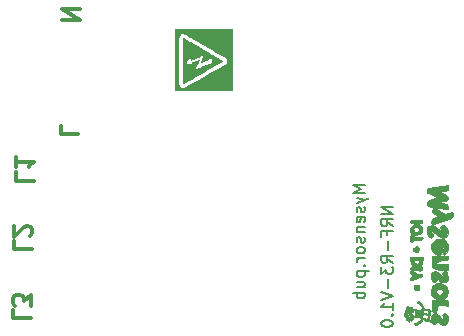
<source format=gbr>
G04 #@! TF.GenerationSoftware,KiCad,Pcbnew,(5.0.2)-1*
G04 #@! TF.CreationDate,2019-05-25T20:10:37+08:00*
G04 #@! TF.ProjectId,3RELAY,3352454c-4159-42e6-9b69-6361645f7063,rev?*
G04 #@! TF.SameCoordinates,Original*
G04 #@! TF.FileFunction,Legend,Bot*
G04 #@! TF.FilePolarity,Positive*
%FSLAX46Y46*%
G04 Gerber Fmt 4.6, Leading zero omitted, Abs format (unit mm)*
G04 Created by KiCad (PCBNEW (5.0.2)-1) date 2019-05-25 20:10:37*
%MOMM*%
%LPD*%
G01*
G04 APERTURE LIST*
%ADD10C,0.300000*%
%ADD11C,0.200000*%
%ADD12C,0.010000*%
G04 APERTURE END LIST*
D10*
X132450448Y-126460060D02*
X132450448Y-127174345D01*
X133950448Y-127174345D01*
X133950448Y-126102917D02*
X133950448Y-125174345D01*
X133379020Y-125674345D01*
X133379020Y-125460060D01*
X133307591Y-125317202D01*
X133236162Y-125245774D01*
X133093305Y-125174345D01*
X132736162Y-125174345D01*
X132593305Y-125245774D01*
X132521877Y-125317202D01*
X132450448Y-125460060D01*
X132450448Y-125888631D01*
X132521877Y-126031488D01*
X132593305Y-126102917D01*
D11*
X162240220Y-115898255D02*
X161240220Y-115898255D01*
X161954506Y-116231588D01*
X161240220Y-116564921D01*
X162240220Y-116564921D01*
X161573554Y-116945874D02*
X162240220Y-117183969D01*
X161573554Y-117422064D02*
X162240220Y-117183969D01*
X162478316Y-117088731D01*
X162525935Y-117041112D01*
X162573554Y-116945874D01*
X162192601Y-117755398D02*
X162240220Y-117850636D01*
X162240220Y-118041112D01*
X162192601Y-118136350D01*
X162097363Y-118183969D01*
X162049744Y-118183969D01*
X161954506Y-118136350D01*
X161906887Y-118041112D01*
X161906887Y-117898255D01*
X161859268Y-117803017D01*
X161764030Y-117755398D01*
X161716411Y-117755398D01*
X161621173Y-117803017D01*
X161573554Y-117898255D01*
X161573554Y-118041112D01*
X161621173Y-118136350D01*
X162192601Y-118993493D02*
X162240220Y-118898255D01*
X162240220Y-118707779D01*
X162192601Y-118612540D01*
X162097363Y-118564921D01*
X161716411Y-118564921D01*
X161621173Y-118612540D01*
X161573554Y-118707779D01*
X161573554Y-118898255D01*
X161621173Y-118993493D01*
X161716411Y-119041112D01*
X161811649Y-119041112D01*
X161906887Y-118564921D01*
X161573554Y-119469683D02*
X162240220Y-119469683D01*
X161668792Y-119469683D02*
X161621173Y-119517302D01*
X161573554Y-119612540D01*
X161573554Y-119755398D01*
X161621173Y-119850636D01*
X161716411Y-119898255D01*
X162240220Y-119898255D01*
X162192601Y-120326826D02*
X162240220Y-120422064D01*
X162240220Y-120612540D01*
X162192601Y-120707779D01*
X162097363Y-120755398D01*
X162049744Y-120755398D01*
X161954506Y-120707779D01*
X161906887Y-120612540D01*
X161906887Y-120469683D01*
X161859268Y-120374445D01*
X161764030Y-120326826D01*
X161716411Y-120326826D01*
X161621173Y-120374445D01*
X161573554Y-120469683D01*
X161573554Y-120612540D01*
X161621173Y-120707779D01*
X162240220Y-121326826D02*
X162192601Y-121231588D01*
X162144982Y-121183969D01*
X162049744Y-121136350D01*
X161764030Y-121136350D01*
X161668792Y-121183969D01*
X161621173Y-121231588D01*
X161573554Y-121326826D01*
X161573554Y-121469683D01*
X161621173Y-121564921D01*
X161668792Y-121612540D01*
X161764030Y-121660160D01*
X162049744Y-121660160D01*
X162144982Y-121612540D01*
X162192601Y-121564921D01*
X162240220Y-121469683D01*
X162240220Y-121326826D01*
X162240220Y-122088731D02*
X161573554Y-122088731D01*
X161764030Y-122088731D02*
X161668792Y-122136350D01*
X161621173Y-122183969D01*
X161573554Y-122279207D01*
X161573554Y-122374445D01*
X162144982Y-122707779D02*
X162192601Y-122755398D01*
X162240220Y-122707779D01*
X162192601Y-122660160D01*
X162144982Y-122707779D01*
X162240220Y-122707779D01*
X161573554Y-123183969D02*
X162573554Y-123183969D01*
X161621173Y-123183969D02*
X161573554Y-123279207D01*
X161573554Y-123469683D01*
X161621173Y-123564921D01*
X161668792Y-123612540D01*
X161764030Y-123660160D01*
X162049744Y-123660160D01*
X162144982Y-123612540D01*
X162192601Y-123564921D01*
X162240220Y-123469683D01*
X162240220Y-123279207D01*
X162192601Y-123183969D01*
X161573554Y-124517302D02*
X162240220Y-124517302D01*
X161573554Y-124088731D02*
X162097363Y-124088731D01*
X162192601Y-124136350D01*
X162240220Y-124231588D01*
X162240220Y-124374445D01*
X162192601Y-124469683D01*
X162144982Y-124517302D01*
X162240220Y-124993493D02*
X161240220Y-124993493D01*
X161621173Y-124993493D02*
X161573554Y-125088731D01*
X161573554Y-125279207D01*
X161621173Y-125374445D01*
X161668792Y-125422064D01*
X161764030Y-125469683D01*
X162049744Y-125469683D01*
X162144982Y-125422064D01*
X162192601Y-125374445D01*
X162240220Y-125279207D01*
X162240220Y-125088731D01*
X162192601Y-124993493D01*
D10*
X132549508Y-120618060D02*
X132549508Y-121332345D01*
X134049508Y-121332345D01*
X133906651Y-120189488D02*
X133978080Y-120118060D01*
X134049508Y-119975202D01*
X134049508Y-119618060D01*
X133978080Y-119475202D01*
X133906651Y-119403774D01*
X133763794Y-119332345D01*
X133620937Y-119332345D01*
X133406651Y-119403774D01*
X132549508Y-120260917D01*
X132549508Y-119332345D01*
D11*
X164627820Y-117746140D02*
X163627820Y-117746140D01*
X164627820Y-118317569D01*
X163627820Y-118317569D01*
X164627820Y-119365188D02*
X164151630Y-119031855D01*
X164627820Y-118793760D02*
X163627820Y-118793760D01*
X163627820Y-119174712D01*
X163675440Y-119269950D01*
X163723059Y-119317569D01*
X163818297Y-119365188D01*
X163961154Y-119365188D01*
X164056392Y-119317569D01*
X164104011Y-119269950D01*
X164151630Y-119174712D01*
X164151630Y-118793760D01*
X164104011Y-120127093D02*
X164104011Y-119793760D01*
X164627820Y-119793760D02*
X163627820Y-119793760D01*
X163627820Y-120269950D01*
X164246868Y-120650902D02*
X164246868Y-121412807D01*
X164627820Y-122460426D02*
X164151630Y-122127093D01*
X164627820Y-121888998D02*
X163627820Y-121888998D01*
X163627820Y-122269950D01*
X163675440Y-122365188D01*
X163723059Y-122412807D01*
X163818297Y-122460426D01*
X163961154Y-122460426D01*
X164056392Y-122412807D01*
X164104011Y-122365188D01*
X164151630Y-122269950D01*
X164151630Y-121888998D01*
X163627820Y-122793760D02*
X163627820Y-123412807D01*
X164008773Y-123079474D01*
X164008773Y-123222331D01*
X164056392Y-123317569D01*
X164104011Y-123365188D01*
X164199249Y-123412807D01*
X164437344Y-123412807D01*
X164532582Y-123365188D01*
X164580201Y-123317569D01*
X164627820Y-123222331D01*
X164627820Y-122936617D01*
X164580201Y-122841379D01*
X164532582Y-122793760D01*
X164246868Y-123841379D02*
X164246868Y-124603283D01*
X163627820Y-124936617D02*
X164627820Y-125269950D01*
X163627820Y-125603283D01*
X164627820Y-126460426D02*
X164627820Y-125888998D01*
X164627820Y-126174712D02*
X163627820Y-126174712D01*
X163770678Y-126079474D01*
X163865916Y-125984236D01*
X163913535Y-125888998D01*
X164532582Y-126888998D02*
X164580201Y-126936617D01*
X164627820Y-126888998D01*
X164580201Y-126841379D01*
X164532582Y-126888998D01*
X164627820Y-126888998D01*
X163627820Y-127555664D02*
X163627820Y-127650902D01*
X163675440Y-127746140D01*
X163723059Y-127793760D01*
X163818297Y-127841379D01*
X164008773Y-127888998D01*
X164246868Y-127888998D01*
X164437344Y-127841379D01*
X164532582Y-127793760D01*
X164580201Y-127746140D01*
X164627820Y-127650902D01*
X164627820Y-127555664D01*
X164580201Y-127460426D01*
X164532582Y-127412807D01*
X164437344Y-127365188D01*
X164246868Y-127317569D01*
X164008773Y-127317569D01*
X163818297Y-127365188D01*
X163723059Y-127412807D01*
X163675440Y-127460426D01*
X163627820Y-127555664D01*
D10*
X138145911Y-101016488D02*
X136645911Y-101016488D01*
X138145911Y-101873631D01*
X136645911Y-101873631D01*
X136496668Y-110871534D02*
X136496668Y-111585820D01*
X137996668Y-111585820D01*
X132712068Y-114816700D02*
X132712068Y-115530985D01*
X134212068Y-115530985D01*
X132712068Y-113530985D02*
X132712068Y-114388128D01*
X132712068Y-113959557D02*
X134212068Y-113959557D01*
X133997782Y-114102414D01*
X133854925Y-114245271D01*
X133783497Y-114388128D01*
D12*
G04 #@! TO.C,G\002A\002A\002A*
G36*
X146169380Y-102659180D02*
X146169380Y-107840780D01*
X146816274Y-107840780D01*
X146816274Y-107686789D01*
X146740195Y-107681248D01*
X146681470Y-107665023D01*
X146678239Y-107663425D01*
X146620363Y-107620829D01*
X146562231Y-107557327D01*
X146513065Y-107484528D01*
X146483256Y-107417966D01*
X146479177Y-107387720D01*
X146475420Y-107326235D01*
X146471984Y-107236137D01*
X146468870Y-107120052D01*
X146466080Y-106980607D01*
X146463613Y-106820427D01*
X146461471Y-106642139D01*
X146459653Y-106448370D01*
X146458162Y-106241744D01*
X146456996Y-106024888D01*
X146456157Y-105800428D01*
X146455645Y-105570991D01*
X146455462Y-105339203D01*
X146455607Y-105107689D01*
X146456082Y-104879077D01*
X146456887Y-104655991D01*
X146458022Y-104441059D01*
X146459489Y-104236906D01*
X146461287Y-104046158D01*
X146463418Y-103871442D01*
X146465882Y-103715384D01*
X146468680Y-103580610D01*
X146471812Y-103469746D01*
X146475280Y-103385418D01*
X146479083Y-103330252D01*
X146482266Y-103309214D01*
X146515687Y-103232601D01*
X146566350Y-103158047D01*
X146626003Y-103095726D01*
X146686396Y-103055813D01*
X146688509Y-103054910D01*
X146765441Y-103035984D01*
X146854972Y-103033635D01*
X146940038Y-103048100D01*
X146950020Y-103051275D01*
X146976535Y-103063738D01*
X147028979Y-103091430D01*
X147104039Y-103132498D01*
X147198402Y-103185087D01*
X147308755Y-103247342D01*
X147431786Y-103317411D01*
X147564181Y-103393438D01*
X147651047Y-103443641D01*
X147797834Y-103528683D01*
X147945799Y-103614406D01*
X148090135Y-103698024D01*
X148226038Y-103776754D01*
X148348700Y-103847812D01*
X148453317Y-103908413D01*
X148535084Y-103955775D01*
X148556980Y-103968457D01*
X148836435Y-104130345D01*
X149087956Y-104276137D01*
X149312946Y-104406656D01*
X149512809Y-104522725D01*
X149688949Y-104625168D01*
X149842768Y-104714808D01*
X149975670Y-104792468D01*
X150089059Y-104858971D01*
X150184338Y-104915142D01*
X150262911Y-104961803D01*
X150326180Y-104999778D01*
X150375550Y-105029889D01*
X150412423Y-105052961D01*
X150438203Y-105069816D01*
X150454293Y-105081279D01*
X150455640Y-105082331D01*
X150509477Y-105138468D01*
X150556640Y-105211584D01*
X150590740Y-105289524D01*
X150605394Y-105360136D01*
X150605542Y-105367605D01*
X150589148Y-105456749D01*
X150543930Y-105546749D01*
X150474223Y-105631582D01*
X150384364Y-105705223D01*
X150345073Y-105729450D01*
X150321334Y-105743034D01*
X150270233Y-105772404D01*
X150193742Y-105816425D01*
X150093836Y-105873958D01*
X149972486Y-105943867D01*
X149831666Y-106025016D01*
X149673347Y-106116266D01*
X149499504Y-106216482D01*
X149312109Y-106324525D01*
X149113135Y-106439260D01*
X148904555Y-106559548D01*
X148688341Y-106684254D01*
X148650114Y-106706303D01*
X148433089Y-106831373D01*
X148223508Y-106951932D01*
X148023327Y-107066868D01*
X147834501Y-107175067D01*
X147658985Y-107275416D01*
X147498733Y-107366803D01*
X147355701Y-107448115D01*
X147231843Y-107518239D01*
X147129115Y-107576062D01*
X147049470Y-107620471D01*
X146994865Y-107650353D01*
X146967254Y-107664596D01*
X146965247Y-107665433D01*
X146895895Y-107681549D01*
X146816274Y-107686789D01*
X146816274Y-107840780D01*
X151046180Y-107840780D01*
X151046180Y-102659180D01*
X146169380Y-102659180D01*
X146169380Y-102659180D01*
G37*
X146169380Y-102659180D02*
X146169380Y-107840780D01*
X146816274Y-107840780D01*
X146816274Y-107686789D01*
X146740195Y-107681248D01*
X146681470Y-107665023D01*
X146678239Y-107663425D01*
X146620363Y-107620829D01*
X146562231Y-107557327D01*
X146513065Y-107484528D01*
X146483256Y-107417966D01*
X146479177Y-107387720D01*
X146475420Y-107326235D01*
X146471984Y-107236137D01*
X146468870Y-107120052D01*
X146466080Y-106980607D01*
X146463613Y-106820427D01*
X146461471Y-106642139D01*
X146459653Y-106448370D01*
X146458162Y-106241744D01*
X146456996Y-106024888D01*
X146456157Y-105800428D01*
X146455645Y-105570991D01*
X146455462Y-105339203D01*
X146455607Y-105107689D01*
X146456082Y-104879077D01*
X146456887Y-104655991D01*
X146458022Y-104441059D01*
X146459489Y-104236906D01*
X146461287Y-104046158D01*
X146463418Y-103871442D01*
X146465882Y-103715384D01*
X146468680Y-103580610D01*
X146471812Y-103469746D01*
X146475280Y-103385418D01*
X146479083Y-103330252D01*
X146482266Y-103309214D01*
X146515687Y-103232601D01*
X146566350Y-103158047D01*
X146626003Y-103095726D01*
X146686396Y-103055813D01*
X146688509Y-103054910D01*
X146765441Y-103035984D01*
X146854972Y-103033635D01*
X146940038Y-103048100D01*
X146950020Y-103051275D01*
X146976535Y-103063738D01*
X147028979Y-103091430D01*
X147104039Y-103132498D01*
X147198402Y-103185087D01*
X147308755Y-103247342D01*
X147431786Y-103317411D01*
X147564181Y-103393438D01*
X147651047Y-103443641D01*
X147797834Y-103528683D01*
X147945799Y-103614406D01*
X148090135Y-103698024D01*
X148226038Y-103776754D01*
X148348700Y-103847812D01*
X148453317Y-103908413D01*
X148535084Y-103955775D01*
X148556980Y-103968457D01*
X148836435Y-104130345D01*
X149087956Y-104276137D01*
X149312946Y-104406656D01*
X149512809Y-104522725D01*
X149688949Y-104625168D01*
X149842768Y-104714808D01*
X149975670Y-104792468D01*
X150089059Y-104858971D01*
X150184338Y-104915142D01*
X150262911Y-104961803D01*
X150326180Y-104999778D01*
X150375550Y-105029889D01*
X150412423Y-105052961D01*
X150438203Y-105069816D01*
X150454293Y-105081279D01*
X150455640Y-105082331D01*
X150509477Y-105138468D01*
X150556640Y-105211584D01*
X150590740Y-105289524D01*
X150605394Y-105360136D01*
X150605542Y-105367605D01*
X150589148Y-105456749D01*
X150543930Y-105546749D01*
X150474223Y-105631582D01*
X150384364Y-105705223D01*
X150345073Y-105729450D01*
X150321334Y-105743034D01*
X150270233Y-105772404D01*
X150193742Y-105816425D01*
X150093836Y-105873958D01*
X149972486Y-105943867D01*
X149831666Y-106025016D01*
X149673347Y-106116266D01*
X149499504Y-106216482D01*
X149312109Y-106324525D01*
X149113135Y-106439260D01*
X148904555Y-106559548D01*
X148688341Y-106684254D01*
X148650114Y-106706303D01*
X148433089Y-106831373D01*
X148223508Y-106951932D01*
X148023327Y-107066868D01*
X147834501Y-107175067D01*
X147658985Y-107275416D01*
X147498733Y-107366803D01*
X147355701Y-107448115D01*
X147231843Y-107518239D01*
X147129115Y-107576062D01*
X147049470Y-107620471D01*
X146994865Y-107650353D01*
X146967254Y-107664596D01*
X146965247Y-107665433D01*
X146895895Y-107681549D01*
X146816274Y-107686789D01*
X146816274Y-107840780D01*
X151046180Y-107840780D01*
X151046180Y-102659180D01*
X146169380Y-102659180D01*
G36*
X150146438Y-105364015D02*
X150138079Y-105356188D01*
X150121343Y-105344023D01*
X150093932Y-105326142D01*
X150053551Y-105301168D01*
X149997905Y-105267721D01*
X149924697Y-105224424D01*
X149831632Y-105169900D01*
X149716414Y-105102768D01*
X149576747Y-105021653D01*
X149410335Y-104925175D01*
X149386714Y-104911489D01*
X149268601Y-104843039D01*
X149150482Y-104774558D01*
X149038346Y-104709517D01*
X148938181Y-104651392D01*
X148855974Y-104603655D01*
X148802514Y-104572576D01*
X148741928Y-104537393D01*
X148657887Y-104488700D01*
X148556278Y-104429900D01*
X148442986Y-104364398D01*
X148323897Y-104295598D01*
X148209847Y-104229762D01*
X148070215Y-104149133D01*
X147911931Y-104057634D01*
X147745622Y-103961414D01*
X147581915Y-103866623D01*
X147431438Y-103779411D01*
X147363181Y-103739814D01*
X147252910Y-103675886D01*
X147150685Y-103616748D01*
X147060600Y-103564760D01*
X146986749Y-103522280D01*
X146933228Y-103491668D01*
X146904130Y-103475281D01*
X146901747Y-103473995D01*
X146863647Y-103453856D01*
X146863647Y-105359451D01*
X146863714Y-105610428D01*
X146863908Y-105851742D01*
X146864220Y-106081256D01*
X146864643Y-106296833D01*
X146865168Y-106496335D01*
X146865785Y-106677626D01*
X146866487Y-106838569D01*
X146867265Y-106977027D01*
X146868110Y-107090862D01*
X146869014Y-107177938D01*
X146869968Y-107236118D01*
X146870964Y-107263263D01*
X146871296Y-107265047D01*
X146887926Y-107257001D01*
X146928211Y-107234940D01*
X146986587Y-107201977D01*
X147057495Y-107161226D01*
X147078729Y-107148907D01*
X147126788Y-107121067D01*
X147201310Y-107078027D01*
X147299395Y-107021458D01*
X147418140Y-106953031D01*
X147554644Y-106874416D01*
X147706005Y-106787286D01*
X147824484Y-106719110D01*
X147824484Y-106109815D01*
X147817875Y-106105460D01*
X147821315Y-106084842D01*
X147835865Y-106045478D01*
X147862590Y-105984889D01*
X147902552Y-105900591D01*
X147956814Y-105790103D01*
X147989484Y-105724573D01*
X148042120Y-105618647D01*
X148088947Y-105523004D01*
X148128037Y-105441698D01*
X148157464Y-105378780D01*
X148175299Y-105338303D01*
X148179815Y-105324370D01*
X148162851Y-105327795D01*
X148119835Y-105340766D01*
X148056563Y-105361310D01*
X147978830Y-105387455D01*
X147892432Y-105417227D01*
X147803165Y-105448654D01*
X147716824Y-105479762D01*
X147643707Y-105506876D01*
X147622363Y-105516414D01*
X147618408Y-105527002D01*
X147635101Y-105544401D01*
X147675700Y-105574371D01*
X147686040Y-105581717D01*
X147731625Y-105616231D01*
X147764525Y-105645198D01*
X147776011Y-105659512D01*
X147772930Y-105671174D01*
X147767544Y-105669200D01*
X147746891Y-105664825D01*
X147697801Y-105657694D01*
X147625531Y-105648469D01*
X147535339Y-105637815D01*
X147432482Y-105626394D01*
X147405514Y-105623508D01*
X147273688Y-105609375D01*
X147171888Y-105598043D01*
X147096440Y-105588943D01*
X147043672Y-105581505D01*
X147009909Y-105575162D01*
X146991479Y-105569343D01*
X146984708Y-105563479D01*
X146985211Y-105558389D01*
X146998452Y-105543395D01*
X147032265Y-105508529D01*
X147082938Y-105457521D01*
X147146756Y-105394103D01*
X147220007Y-105322007D01*
X147237365Y-105305014D01*
X147312412Y-105232142D01*
X147379400Y-105168100D01*
X147434539Y-105116426D01*
X147474041Y-105080661D01*
X147494120Y-105064344D01*
X147495598Y-105063714D01*
X147501421Y-105079173D01*
X147505562Y-105119674D01*
X147507114Y-105175592D01*
X147508931Y-105238240D01*
X147514973Y-105271509D01*
X147526124Y-105279723D01*
X147528281Y-105279066D01*
X147548567Y-105270728D01*
X147596244Y-105250995D01*
X147667434Y-105221476D01*
X147758256Y-105183780D01*
X147864833Y-105139519D01*
X147983284Y-105090300D01*
X148057447Y-105059473D01*
X148182040Y-105007794D01*
X148297920Y-104959952D01*
X148401040Y-104917601D01*
X148487353Y-104882395D01*
X148552811Y-104855987D01*
X148593366Y-104840032D01*
X148603779Y-104836251D01*
X148642111Y-104824218D01*
X148606222Y-104914333D01*
X148544407Y-105069969D01*
X148494502Y-105196623D01*
X148455614Y-105296667D01*
X148426851Y-105372471D01*
X148407322Y-105426409D01*
X148396134Y-105460850D01*
X148392394Y-105478167D01*
X148392983Y-105481094D01*
X148409538Y-105475836D01*
X148452471Y-105457097D01*
X148517943Y-105426697D01*
X148602118Y-105386454D01*
X148701158Y-105338184D01*
X148811226Y-105283707D01*
X148841085Y-105268796D01*
X148953493Y-105213075D01*
X149056011Y-105163243D01*
X149144779Y-105121098D01*
X149215934Y-105088438D01*
X149265615Y-105067062D01*
X149289960Y-105058767D01*
X149291658Y-105058969D01*
X149296428Y-105080098D01*
X149299685Y-105127166D01*
X149301432Y-105192280D01*
X149301674Y-105267546D01*
X149300413Y-105345071D01*
X149297654Y-105416961D01*
X149293401Y-105475323D01*
X149291449Y-105491912D01*
X149280850Y-105569237D01*
X148568637Y-105835350D01*
X148420368Y-105890672D01*
X148281141Y-105942470D01*
X148154314Y-105989506D01*
X148043249Y-106030541D01*
X147951303Y-106064335D01*
X147881838Y-106089650D01*
X147838212Y-106105245D01*
X147824484Y-106109815D01*
X147824484Y-106719110D01*
X147869321Y-106693309D01*
X148041691Y-106594158D01*
X148220212Y-106491502D01*
X148353780Y-106414719D01*
X148537947Y-106308851D01*
X148720341Y-106203978D01*
X148897770Y-106101937D01*
X149067043Y-106004565D01*
X149224966Y-105913700D01*
X149368347Y-105831179D01*
X149493994Y-105758837D01*
X149598714Y-105698514D01*
X149679315Y-105652044D01*
X149716914Y-105630338D01*
X149811259Y-105575869D01*
X149900435Y-105524463D01*
X149978413Y-105479592D01*
X150039161Y-105444726D01*
X150076650Y-105423334D01*
X150076747Y-105423279D01*
X150118545Y-105397066D01*
X150144507Y-105375857D01*
X150148714Y-105368882D01*
X150146438Y-105364015D01*
X150146438Y-105364015D01*
G37*
X150146438Y-105364015D02*
X150138079Y-105356188D01*
X150121343Y-105344023D01*
X150093932Y-105326142D01*
X150053551Y-105301168D01*
X149997905Y-105267721D01*
X149924697Y-105224424D01*
X149831632Y-105169900D01*
X149716414Y-105102768D01*
X149576747Y-105021653D01*
X149410335Y-104925175D01*
X149386714Y-104911489D01*
X149268601Y-104843039D01*
X149150482Y-104774558D01*
X149038346Y-104709517D01*
X148938181Y-104651392D01*
X148855974Y-104603655D01*
X148802514Y-104572576D01*
X148741928Y-104537393D01*
X148657887Y-104488700D01*
X148556278Y-104429900D01*
X148442986Y-104364398D01*
X148323897Y-104295598D01*
X148209847Y-104229762D01*
X148070215Y-104149133D01*
X147911931Y-104057634D01*
X147745622Y-103961414D01*
X147581915Y-103866623D01*
X147431438Y-103779411D01*
X147363181Y-103739814D01*
X147252910Y-103675886D01*
X147150685Y-103616748D01*
X147060600Y-103564760D01*
X146986749Y-103522280D01*
X146933228Y-103491668D01*
X146904130Y-103475281D01*
X146901747Y-103473995D01*
X146863647Y-103453856D01*
X146863647Y-105359451D01*
X146863714Y-105610428D01*
X146863908Y-105851742D01*
X146864220Y-106081256D01*
X146864643Y-106296833D01*
X146865168Y-106496335D01*
X146865785Y-106677626D01*
X146866487Y-106838569D01*
X146867265Y-106977027D01*
X146868110Y-107090862D01*
X146869014Y-107177938D01*
X146869968Y-107236118D01*
X146870964Y-107263263D01*
X146871296Y-107265047D01*
X146887926Y-107257001D01*
X146928211Y-107234940D01*
X146986587Y-107201977D01*
X147057495Y-107161226D01*
X147078729Y-107148907D01*
X147126788Y-107121067D01*
X147201310Y-107078027D01*
X147299395Y-107021458D01*
X147418140Y-106953031D01*
X147554644Y-106874416D01*
X147706005Y-106787286D01*
X147824484Y-106719110D01*
X147824484Y-106109815D01*
X147817875Y-106105460D01*
X147821315Y-106084842D01*
X147835865Y-106045478D01*
X147862590Y-105984889D01*
X147902552Y-105900591D01*
X147956814Y-105790103D01*
X147989484Y-105724573D01*
X148042120Y-105618647D01*
X148088947Y-105523004D01*
X148128037Y-105441698D01*
X148157464Y-105378780D01*
X148175299Y-105338303D01*
X148179815Y-105324370D01*
X148162851Y-105327795D01*
X148119835Y-105340766D01*
X148056563Y-105361310D01*
X147978830Y-105387455D01*
X147892432Y-105417227D01*
X147803165Y-105448654D01*
X147716824Y-105479762D01*
X147643707Y-105506876D01*
X147622363Y-105516414D01*
X147618408Y-105527002D01*
X147635101Y-105544401D01*
X147675700Y-105574371D01*
X147686040Y-105581717D01*
X147731625Y-105616231D01*
X147764525Y-105645198D01*
X147776011Y-105659512D01*
X147772930Y-105671174D01*
X147767544Y-105669200D01*
X147746891Y-105664825D01*
X147697801Y-105657694D01*
X147625531Y-105648469D01*
X147535339Y-105637815D01*
X147432482Y-105626394D01*
X147405514Y-105623508D01*
X147273688Y-105609375D01*
X147171888Y-105598043D01*
X147096440Y-105588943D01*
X147043672Y-105581505D01*
X147009909Y-105575162D01*
X146991479Y-105569343D01*
X146984708Y-105563479D01*
X146985211Y-105558389D01*
X146998452Y-105543395D01*
X147032265Y-105508529D01*
X147082938Y-105457521D01*
X147146756Y-105394103D01*
X147220007Y-105322007D01*
X147237365Y-105305014D01*
X147312412Y-105232142D01*
X147379400Y-105168100D01*
X147434539Y-105116426D01*
X147474041Y-105080661D01*
X147494120Y-105064344D01*
X147495598Y-105063714D01*
X147501421Y-105079173D01*
X147505562Y-105119674D01*
X147507114Y-105175592D01*
X147508931Y-105238240D01*
X147514973Y-105271509D01*
X147526124Y-105279723D01*
X147528281Y-105279066D01*
X147548567Y-105270728D01*
X147596244Y-105250995D01*
X147667434Y-105221476D01*
X147758256Y-105183780D01*
X147864833Y-105139519D01*
X147983284Y-105090300D01*
X148057447Y-105059473D01*
X148182040Y-105007794D01*
X148297920Y-104959952D01*
X148401040Y-104917601D01*
X148487353Y-104882395D01*
X148552811Y-104855987D01*
X148593366Y-104840032D01*
X148603779Y-104836251D01*
X148642111Y-104824218D01*
X148606222Y-104914333D01*
X148544407Y-105069969D01*
X148494502Y-105196623D01*
X148455614Y-105296667D01*
X148426851Y-105372471D01*
X148407322Y-105426409D01*
X148396134Y-105460850D01*
X148392394Y-105478167D01*
X148392983Y-105481094D01*
X148409538Y-105475836D01*
X148452471Y-105457097D01*
X148517943Y-105426697D01*
X148602118Y-105386454D01*
X148701158Y-105338184D01*
X148811226Y-105283707D01*
X148841085Y-105268796D01*
X148953493Y-105213075D01*
X149056011Y-105163243D01*
X149144779Y-105121098D01*
X149215934Y-105088438D01*
X149265615Y-105067062D01*
X149289960Y-105058767D01*
X149291658Y-105058969D01*
X149296428Y-105080098D01*
X149299685Y-105127166D01*
X149301432Y-105192280D01*
X149301674Y-105267546D01*
X149300413Y-105345071D01*
X149297654Y-105416961D01*
X149293401Y-105475323D01*
X149291449Y-105491912D01*
X149280850Y-105569237D01*
X148568637Y-105835350D01*
X148420368Y-105890672D01*
X148281141Y-105942470D01*
X148154314Y-105989506D01*
X148043249Y-106030541D01*
X147951303Y-106064335D01*
X147881838Y-106089650D01*
X147838212Y-106105245D01*
X147824484Y-106109815D01*
X147824484Y-106719110D01*
X147869321Y-106693309D01*
X148041691Y-106594158D01*
X148220212Y-106491502D01*
X148353780Y-106414719D01*
X148537947Y-106308851D01*
X148720341Y-106203978D01*
X148897770Y-106101937D01*
X149067043Y-106004565D01*
X149224966Y-105913700D01*
X149368347Y-105831179D01*
X149493994Y-105758837D01*
X149598714Y-105698514D01*
X149679315Y-105652044D01*
X149716914Y-105630338D01*
X149811259Y-105575869D01*
X149900435Y-105524463D01*
X149978413Y-105479592D01*
X150039161Y-105444726D01*
X150076650Y-105423334D01*
X150076747Y-105423279D01*
X150118545Y-105397066D01*
X150144507Y-105375857D01*
X150148714Y-105368882D01*
X150146438Y-105364015D01*
G36*
X167530367Y-117572164D02*
X167610127Y-117651755D01*
X167697725Y-117687898D01*
X167867462Y-117734366D01*
X168007841Y-117753651D01*
X168082168Y-117769106D01*
X168065517Y-117797953D01*
X168006579Y-117882741D01*
X167961468Y-118018560D01*
X167948988Y-118134126D01*
X167988884Y-118214981D01*
X168104662Y-118297906D01*
X168160791Y-118330440D01*
X168301924Y-118421093D01*
X168386734Y-118495722D01*
X168397747Y-118517836D01*
X168347213Y-118567737D01*
X168221407Y-118626937D01*
X168176236Y-118642772D01*
X167994282Y-118717566D01*
X167901274Y-118812127D01*
X167869117Y-118962319D01*
X167867024Y-119037514D01*
X167872356Y-119139524D01*
X167901074Y-119199713D01*
X167970531Y-119217587D01*
X168098075Y-119192651D01*
X168301058Y-119124410D01*
X168584657Y-119017061D01*
X168857855Y-118914199D01*
X169124625Y-118817798D01*
X169343046Y-118742855D01*
X169416701Y-118719424D01*
X169583631Y-118663301D01*
X169666345Y-118605478D01*
X169694377Y-118512352D01*
X169697282Y-118400225D01*
X169689134Y-118253056D01*
X169668802Y-118171822D01*
X169660908Y-118166235D01*
X169588516Y-118184472D01*
X169444514Y-118230952D01*
X169347851Y-118264504D01*
X169071169Y-118362772D01*
X168643901Y-118108937D01*
X168452701Y-117991399D01*
X168311433Y-117896942D01*
X168242173Y-117840652D01*
X168239286Y-117832448D01*
X168304575Y-117829022D01*
X168454761Y-117841453D01*
X168658064Y-117867063D01*
X168669495Y-117868705D01*
X168945378Y-117907601D01*
X169124244Y-117925036D01*
X169226109Y-117915692D01*
X169270986Y-117874249D01*
X169278891Y-117795390D01*
X169272592Y-117708444D01*
X169250823Y-117562086D01*
X169194635Y-117496216D01*
X169068255Y-117473191D01*
X169047515Y-117471582D01*
X168833435Y-117449148D01*
X168634026Y-117419903D01*
X168529184Y-117399236D01*
X168498660Y-117379375D01*
X168553891Y-117350685D01*
X168706316Y-117303529D01*
X168806454Y-117274640D01*
X169046840Y-117200147D01*
X169192235Y-117135625D01*
X169263001Y-117065535D01*
X169279501Y-116974337D01*
X169274028Y-116917815D01*
X169215036Y-116800926D01*
X169064958Y-116685712D01*
X168813156Y-116564997D01*
X168666525Y-116507967D01*
X168567070Y-116466201D01*
X168543215Y-116435820D01*
X168606350Y-116410953D01*
X168767865Y-116385729D01*
X168944143Y-116364876D01*
X169283794Y-116326571D01*
X169283794Y-115909594D01*
X168855538Y-115950416D01*
X168601853Y-115978858D01*
X168359140Y-116013122D01*
X168191003Y-116043572D01*
X167985422Y-116078896D01*
X167791341Y-116096859D01*
X167769067Y-116097349D01*
X167615547Y-116128259D01*
X167534884Y-116230888D01*
X167511701Y-116422104D01*
X167549407Y-116537909D01*
X167674143Y-116599257D01*
X167844175Y-116652033D01*
X168034103Y-116725741D01*
X168211367Y-116805657D01*
X168343405Y-116877057D01*
X168397656Y-116925218D01*
X168397747Y-116926470D01*
X168346033Y-116965386D01*
X168217986Y-117004741D01*
X168180659Y-117012417D01*
X167973888Y-117063940D01*
X167758262Y-117135469D01*
X167737636Y-117143545D01*
X167590582Y-117215130D01*
X167525937Y-117297603D01*
X167511701Y-117428498D01*
X167530367Y-117572164D01*
X167530367Y-117572164D01*
G37*
X167530367Y-117572164D02*
X167610127Y-117651755D01*
X167697725Y-117687898D01*
X167867462Y-117734366D01*
X168007841Y-117753651D01*
X168082168Y-117769106D01*
X168065517Y-117797953D01*
X168006579Y-117882741D01*
X167961468Y-118018560D01*
X167948988Y-118134126D01*
X167988884Y-118214981D01*
X168104662Y-118297906D01*
X168160791Y-118330440D01*
X168301924Y-118421093D01*
X168386734Y-118495722D01*
X168397747Y-118517836D01*
X168347213Y-118567737D01*
X168221407Y-118626937D01*
X168176236Y-118642772D01*
X167994282Y-118717566D01*
X167901274Y-118812127D01*
X167869117Y-118962319D01*
X167867024Y-119037514D01*
X167872356Y-119139524D01*
X167901074Y-119199713D01*
X167970531Y-119217587D01*
X168098075Y-119192651D01*
X168301058Y-119124410D01*
X168584657Y-119017061D01*
X168857855Y-118914199D01*
X169124625Y-118817798D01*
X169343046Y-118742855D01*
X169416701Y-118719424D01*
X169583631Y-118663301D01*
X169666345Y-118605478D01*
X169694377Y-118512352D01*
X169697282Y-118400225D01*
X169689134Y-118253056D01*
X169668802Y-118171822D01*
X169660908Y-118166235D01*
X169588516Y-118184472D01*
X169444514Y-118230952D01*
X169347851Y-118264504D01*
X169071169Y-118362772D01*
X168643901Y-118108937D01*
X168452701Y-117991399D01*
X168311433Y-117896942D01*
X168242173Y-117840652D01*
X168239286Y-117832448D01*
X168304575Y-117829022D01*
X168454761Y-117841453D01*
X168658064Y-117867063D01*
X168669495Y-117868705D01*
X168945378Y-117907601D01*
X169124244Y-117925036D01*
X169226109Y-117915692D01*
X169270986Y-117874249D01*
X169278891Y-117795390D01*
X169272592Y-117708444D01*
X169250823Y-117562086D01*
X169194635Y-117496216D01*
X169068255Y-117473191D01*
X169047515Y-117471582D01*
X168833435Y-117449148D01*
X168634026Y-117419903D01*
X168529184Y-117399236D01*
X168498660Y-117379375D01*
X168553891Y-117350685D01*
X168706316Y-117303529D01*
X168806454Y-117274640D01*
X169046840Y-117200147D01*
X169192235Y-117135625D01*
X169263001Y-117065535D01*
X169279501Y-116974337D01*
X169274028Y-116917815D01*
X169215036Y-116800926D01*
X169064958Y-116685712D01*
X168813156Y-116564997D01*
X168666525Y-116507967D01*
X168567070Y-116466201D01*
X168543215Y-116435820D01*
X168606350Y-116410953D01*
X168767865Y-116385729D01*
X168944143Y-116364876D01*
X169283794Y-116326571D01*
X169283794Y-115909594D01*
X168855538Y-115950416D01*
X168601853Y-115978858D01*
X168359140Y-116013122D01*
X168191003Y-116043572D01*
X167985422Y-116078896D01*
X167791341Y-116096859D01*
X167769067Y-116097349D01*
X167615547Y-116128259D01*
X167534884Y-116230888D01*
X167511701Y-116422104D01*
X167549407Y-116537909D01*
X167674143Y-116599257D01*
X167844175Y-116652033D01*
X168034103Y-116725741D01*
X168211367Y-116805657D01*
X168343405Y-116877057D01*
X168397656Y-116925218D01*
X168397747Y-116926470D01*
X168346033Y-116965386D01*
X168217986Y-117004741D01*
X168180659Y-117012417D01*
X167973888Y-117063940D01*
X167758262Y-117135469D01*
X167737636Y-117143545D01*
X167590582Y-117215130D01*
X167525937Y-117297603D01*
X167511701Y-117428498D01*
X167530367Y-117572164D01*
G36*
X167503707Y-119998584D02*
X167583820Y-120149618D01*
X167642366Y-120213983D01*
X167750264Y-120314602D01*
X167819180Y-120338177D01*
X167892258Y-120292587D01*
X167922948Y-120265240D01*
X168026163Y-120134023D01*
X168025902Y-120029370D01*
X167954724Y-119976036D01*
X167883012Y-119909067D01*
X167870805Y-119820723D01*
X167920848Y-119764097D01*
X167943616Y-119761118D01*
X168026502Y-119804971D01*
X168132647Y-119913295D01*
X168154739Y-119941859D01*
X168361991Y-120154031D01*
X168605587Y-120297830D01*
X168848694Y-120351585D01*
X168851251Y-120351595D01*
X169044998Y-120301748D01*
X169186538Y-120170006D01*
X169268355Y-119983835D01*
X169282929Y-119770703D01*
X169222743Y-119558075D01*
X169111128Y-119402156D01*
X168966415Y-119274394D01*
X168863859Y-119240189D01*
X168775607Y-119297934D01*
X168715760Y-119379362D01*
X168653890Y-119491162D01*
X168666046Y-119570936D01*
X168743933Y-119663750D01*
X168848358Y-119792915D01*
X168858434Y-119861843D01*
X168793212Y-119879258D01*
X168716084Y-119839136D01*
X168587538Y-119733875D01*
X168435201Y-119586134D01*
X168433066Y-119583909D01*
X168267599Y-119421442D01*
X168142128Y-119331414D01*
X168022836Y-119294023D01*
X167928617Y-119288560D01*
X167703612Y-119332112D01*
X167557088Y-119463418D01*
X167488185Y-119683454D01*
X167482166Y-119795512D01*
X167503707Y-119998584D01*
X167503707Y-119998584D01*
G37*
X167503707Y-119998584D02*
X167583820Y-120149618D01*
X167642366Y-120213983D01*
X167750264Y-120314602D01*
X167819180Y-120338177D01*
X167892258Y-120292587D01*
X167922948Y-120265240D01*
X168026163Y-120134023D01*
X168025902Y-120029370D01*
X167954724Y-119976036D01*
X167883012Y-119909067D01*
X167870805Y-119820723D01*
X167920848Y-119764097D01*
X167943616Y-119761118D01*
X168026502Y-119804971D01*
X168132647Y-119913295D01*
X168154739Y-119941859D01*
X168361991Y-120154031D01*
X168605587Y-120297830D01*
X168848694Y-120351585D01*
X168851251Y-120351595D01*
X169044998Y-120301748D01*
X169186538Y-120170006D01*
X169268355Y-119983835D01*
X169282929Y-119770703D01*
X169222743Y-119558075D01*
X169111128Y-119402156D01*
X168966415Y-119274394D01*
X168863859Y-119240189D01*
X168775607Y-119297934D01*
X168715760Y-119379362D01*
X168653890Y-119491162D01*
X168666046Y-119570936D01*
X168743933Y-119663750D01*
X168848358Y-119792915D01*
X168858434Y-119861843D01*
X168793212Y-119879258D01*
X168716084Y-119839136D01*
X168587538Y-119733875D01*
X168435201Y-119586134D01*
X168433066Y-119583909D01*
X168267599Y-119421442D01*
X168142128Y-119331414D01*
X168022836Y-119294023D01*
X167928617Y-119288560D01*
X167703612Y-119332112D01*
X167557088Y-119463418D01*
X167488185Y-119683454D01*
X167482166Y-119795512D01*
X167503707Y-119998584D01*
G36*
X167949060Y-121466086D02*
X168098874Y-121652302D01*
X168252099Y-121744609D01*
X168478685Y-121818420D01*
X168627866Y-121813678D01*
X168711891Y-121728767D01*
X168727648Y-121681927D01*
X168764450Y-121535294D01*
X168876267Y-121667160D01*
X168988084Y-121799025D01*
X169135939Y-121633290D01*
X169253774Y-121420292D01*
X169294435Y-121160317D01*
X169258067Y-120895711D01*
X169195189Y-120769737D01*
X169195189Y-121237863D01*
X169224724Y-121267397D01*
X169195189Y-121296932D01*
X169165654Y-121267397D01*
X169195189Y-121237863D01*
X169195189Y-120769737D01*
X169144817Y-120668818D01*
X169132559Y-120653706D01*
X169017980Y-120564599D01*
X169017980Y-121296932D01*
X169047515Y-121326467D01*
X169017980Y-121356002D01*
X168988445Y-121326467D01*
X169017980Y-121296932D01*
X169017980Y-120564599D01*
X168921256Y-120489376D01*
X168805219Y-120460538D01*
X168805219Y-120859518D01*
X168840771Y-120883444D01*
X168913104Y-121011497D01*
X168918288Y-121186041D01*
X168856513Y-121356498D01*
X168838892Y-121382060D01*
X168790677Y-121435634D01*
X168764620Y-121421886D01*
X168754022Y-121323148D01*
X168752166Y-121153315D01*
X168755860Y-120964168D01*
X168771344Y-120872938D01*
X168805219Y-120859518D01*
X168805219Y-120460538D01*
X168655404Y-120423305D01*
X168351497Y-120459361D01*
X168338678Y-120463066D01*
X168338678Y-120972049D01*
X168384149Y-120982554D01*
X168394510Y-121064199D01*
X168369762Y-121175321D01*
X168338678Y-121237863D01*
X168297510Y-121278520D01*
X168281742Y-121216876D01*
X168280512Y-121167511D01*
X168299661Y-121036715D01*
X168338678Y-120972049D01*
X168338678Y-120463066D01*
X168330155Y-120465530D01*
X168108734Y-120584981D01*
X167958268Y-120771739D01*
X167880403Y-120998827D01*
X167876784Y-121239268D01*
X167949060Y-121466086D01*
X167949060Y-121466086D01*
G37*
X167949060Y-121466086D02*
X168098874Y-121652302D01*
X168252099Y-121744609D01*
X168478685Y-121818420D01*
X168627866Y-121813678D01*
X168711891Y-121728767D01*
X168727648Y-121681927D01*
X168764450Y-121535294D01*
X168876267Y-121667160D01*
X168988084Y-121799025D01*
X169135939Y-121633290D01*
X169253774Y-121420292D01*
X169294435Y-121160317D01*
X169258067Y-120895711D01*
X169195189Y-120769737D01*
X169195189Y-121237863D01*
X169224724Y-121267397D01*
X169195189Y-121296932D01*
X169165654Y-121267397D01*
X169195189Y-121237863D01*
X169195189Y-120769737D01*
X169144817Y-120668818D01*
X169132559Y-120653706D01*
X169017980Y-120564599D01*
X169017980Y-121296932D01*
X169047515Y-121326467D01*
X169017980Y-121356002D01*
X168988445Y-121326467D01*
X169017980Y-121296932D01*
X169017980Y-120564599D01*
X168921256Y-120489376D01*
X168805219Y-120460538D01*
X168805219Y-120859518D01*
X168840771Y-120883444D01*
X168913104Y-121011497D01*
X168918288Y-121186041D01*
X168856513Y-121356498D01*
X168838892Y-121382060D01*
X168790677Y-121435634D01*
X168764620Y-121421886D01*
X168754022Y-121323148D01*
X168752166Y-121153315D01*
X168755860Y-120964168D01*
X168771344Y-120872938D01*
X168805219Y-120859518D01*
X168805219Y-120460538D01*
X168655404Y-120423305D01*
X168351497Y-120459361D01*
X168338678Y-120463066D01*
X168338678Y-120972049D01*
X168384149Y-120982554D01*
X168394510Y-121064199D01*
X168369762Y-121175321D01*
X168338678Y-121237863D01*
X168297510Y-121278520D01*
X168281742Y-121216876D01*
X168280512Y-121167511D01*
X168299661Y-121036715D01*
X168338678Y-120972049D01*
X168338678Y-120463066D01*
X168330155Y-120465530D01*
X168108734Y-120584981D01*
X167958268Y-120771739D01*
X167880403Y-120998827D01*
X167876784Y-121239268D01*
X167949060Y-121466086D01*
G36*
X167945159Y-122789039D02*
X168053355Y-122932171D01*
X168239379Y-123018702D01*
X168516735Y-123060286D01*
X168815081Y-123069025D01*
X169283794Y-123069025D01*
X169283794Y-122603950D01*
X168914608Y-122612450D01*
X168684435Y-122604542D01*
X168491805Y-122574337D01*
X168405623Y-122543873D01*
X168311456Y-122480858D01*
X168313748Y-122424340D01*
X168361511Y-122371109D01*
X168497324Y-122303438D01*
X168745037Y-122261481D01*
X168870495Y-122252070D01*
X169086236Y-122237965D01*
X169209739Y-122218164D01*
X169266731Y-122180598D01*
X169282940Y-122113196D01*
X169283794Y-122058173D01*
X169283794Y-121887630D01*
X167941364Y-121887630D01*
X167908228Y-122286351D01*
X167901284Y-122577651D01*
X167945159Y-122789039D01*
X167945159Y-122789039D01*
G37*
X167945159Y-122789039D02*
X168053355Y-122932171D01*
X168239379Y-123018702D01*
X168516735Y-123060286D01*
X168815081Y-123069025D01*
X169283794Y-123069025D01*
X169283794Y-122603950D01*
X168914608Y-122612450D01*
X168684435Y-122604542D01*
X168491805Y-122574337D01*
X168405623Y-122543873D01*
X168311456Y-122480858D01*
X168313748Y-122424340D01*
X168361511Y-122371109D01*
X168497324Y-122303438D01*
X168745037Y-122261481D01*
X168870495Y-122252070D01*
X169086236Y-122237965D01*
X169209739Y-122218164D01*
X169266731Y-122180598D01*
X169282940Y-122113196D01*
X169283794Y-122058173D01*
X169283794Y-121887630D01*
X167941364Y-121887630D01*
X167908228Y-122286351D01*
X167901284Y-122577651D01*
X167945159Y-122789039D01*
G36*
X167888677Y-123794508D02*
X167947180Y-123972092D01*
X168035427Y-124095530D01*
X168126128Y-124132281D01*
X168220761Y-124091937D01*
X168304696Y-124019055D01*
X168373129Y-123905792D01*
X168348607Y-123782013D01*
X168342180Y-123768009D01*
X168302986Y-123680095D01*
X168318652Y-123691923D01*
X168352239Y-123739959D01*
X168493468Y-123937962D01*
X168599987Y-124055562D01*
X168698579Y-124113230D01*
X168816022Y-124131440D01*
X168865438Y-124132281D01*
X169074414Y-124096967D01*
X169186034Y-124024258D01*
X169258518Y-123870008D01*
X169278370Y-123656590D01*
X169245399Y-123430703D01*
X169189049Y-123286933D01*
X169080900Y-123163664D01*
X168962242Y-123152706D01*
X168850805Y-123255615D01*
X168849830Y-123257157D01*
X168820518Y-123376876D01*
X168868200Y-123508114D01*
X168915177Y-123641936D01*
X168894390Y-123704835D01*
X168825845Y-123679603D01*
X168760476Y-123600769D01*
X168571723Y-123371760D01*
X168372245Y-123230973D01*
X168178355Y-123184938D01*
X168006364Y-123240182D01*
X167958943Y-123279989D01*
X167887829Y-123414145D01*
X167866650Y-123597089D01*
X167888677Y-123794508D01*
X167888677Y-123794508D01*
G37*
X167888677Y-123794508D02*
X167947180Y-123972092D01*
X168035427Y-124095530D01*
X168126128Y-124132281D01*
X168220761Y-124091937D01*
X168304696Y-124019055D01*
X168373129Y-123905792D01*
X168348607Y-123782013D01*
X168342180Y-123768009D01*
X168302986Y-123680095D01*
X168318652Y-123691923D01*
X168352239Y-123739959D01*
X168493468Y-123937962D01*
X168599987Y-124055562D01*
X168698579Y-124113230D01*
X168816022Y-124131440D01*
X168865438Y-124132281D01*
X169074414Y-124096967D01*
X169186034Y-124024258D01*
X169258518Y-123870008D01*
X169278370Y-123656590D01*
X169245399Y-123430703D01*
X169189049Y-123286933D01*
X169080900Y-123163664D01*
X168962242Y-123152706D01*
X168850805Y-123255615D01*
X168849830Y-123257157D01*
X168820518Y-123376876D01*
X168868200Y-123508114D01*
X168915177Y-123641936D01*
X168894390Y-123704835D01*
X168825845Y-123679603D01*
X168760476Y-123600769D01*
X168571723Y-123371760D01*
X168372245Y-123230973D01*
X168178355Y-123184938D01*
X168006364Y-123240182D01*
X167958943Y-123279989D01*
X167887829Y-123414145D01*
X167866650Y-123597089D01*
X167888677Y-123794508D01*
G36*
X167883492Y-125205499D02*
X167936269Y-125294840D01*
X168040257Y-125390631D01*
X168041527Y-125391700D01*
X168173653Y-125485419D01*
X168313603Y-125533309D01*
X168509116Y-125549298D01*
X168584033Y-125549956D01*
X168795001Y-125542779D01*
X168933009Y-125511465D01*
X169042857Y-125441340D01*
X169111128Y-125377290D01*
X169247667Y-125161015D01*
X169282126Y-124893375D01*
X169215884Y-124592308D01*
X169094223Y-124415477D01*
X168891882Y-124278035D01*
X168644860Y-124200863D01*
X168524614Y-124191351D01*
X168493710Y-124195697D01*
X168493710Y-124675487D01*
X168676622Y-124695596D01*
X168774292Y-124753543D01*
X168857251Y-124864814D01*
X168845152Y-124965342D01*
X168752166Y-125077397D01*
X168640711Y-125172225D01*
X168548295Y-125182574D01*
X168423053Y-125112032D01*
X168407518Y-125101221D01*
X168301698Y-124973629D01*
X168291003Y-124850174D01*
X168327784Y-124734804D01*
X168427025Y-124684752D01*
X168493710Y-124675487D01*
X168493710Y-124195697D01*
X168310532Y-124221460D01*
X168128592Y-124329133D01*
X168092967Y-124359779D01*
X167982175Y-124474395D01*
X167920237Y-124595645D01*
X167888623Y-124768646D01*
X167878957Y-124880827D01*
X167868772Y-125081272D01*
X167883492Y-125205499D01*
X167883492Y-125205499D01*
G37*
X167883492Y-125205499D02*
X167936269Y-125294840D01*
X168040257Y-125390631D01*
X168041527Y-125391700D01*
X168173653Y-125485419D01*
X168313603Y-125533309D01*
X168509116Y-125549298D01*
X168584033Y-125549956D01*
X168795001Y-125542779D01*
X168933009Y-125511465D01*
X169042857Y-125441340D01*
X169111128Y-125377290D01*
X169247667Y-125161015D01*
X169282126Y-124893375D01*
X169215884Y-124592308D01*
X169094223Y-124415477D01*
X168891882Y-124278035D01*
X168644860Y-124200863D01*
X168524614Y-124191351D01*
X168493710Y-124195697D01*
X168493710Y-124675487D01*
X168676622Y-124695596D01*
X168774292Y-124753543D01*
X168857251Y-124864814D01*
X168845152Y-124965342D01*
X168752166Y-125077397D01*
X168640711Y-125172225D01*
X168548295Y-125182574D01*
X168423053Y-125112032D01*
X168407518Y-125101221D01*
X168301698Y-124973629D01*
X168291003Y-124850174D01*
X168327784Y-124734804D01*
X168427025Y-124684752D01*
X168493710Y-124675487D01*
X168493710Y-124195697D01*
X168310532Y-124221460D01*
X168128592Y-124329133D01*
X168092967Y-124359779D01*
X167982175Y-124474395D01*
X167920237Y-124595645D01*
X167888623Y-124768646D01*
X167878957Y-124880827D01*
X167868772Y-125081272D01*
X167883492Y-125205499D01*
G36*
X165639414Y-127035263D02*
X165683007Y-127057018D01*
X165770453Y-127118048D01*
X165764795Y-127217609D01*
X165752128Y-127304903D01*
X165808901Y-127307856D01*
X165821396Y-127303303D01*
X165902539Y-127306726D01*
X165916817Y-127353437D01*
X165949305Y-127430848D01*
X165975887Y-127440188D01*
X166033280Y-127399298D01*
X166034957Y-127386648D01*
X166081588Y-127355145D01*
X166144950Y-127361873D01*
X166248279Y-127340536D01*
X166310805Y-127250622D01*
X166298674Y-127141485D01*
X166297476Y-127139509D01*
X166326104Y-127104480D01*
X166439103Y-127086430D01*
X166471008Y-127085770D01*
X166619124Y-127070698D01*
X166708779Y-127033820D01*
X166713511Y-127027909D01*
X166781417Y-127005665D01*
X166876174Y-127050773D01*
X166955696Y-127134647D01*
X166980073Y-127208963D01*
X166935241Y-127318965D01*
X166830428Y-127438219D01*
X166710156Y-127520879D01*
X166664633Y-127533769D01*
X166540514Y-127547154D01*
X166522282Y-127549331D01*
X166456355Y-127597427D01*
X166458790Y-127677935D01*
X166522105Y-127732688D01*
X166546241Y-127735537D01*
X166671397Y-127694538D01*
X166827006Y-127593650D01*
X166970731Y-127466035D01*
X167060237Y-127344857D01*
X167066880Y-127327711D01*
X167101553Y-127255722D01*
X167163713Y-127251521D01*
X167275798Y-127301555D01*
X167457506Y-127371135D01*
X167661552Y-127421858D01*
X167672323Y-127423645D01*
X167839570Y-127474614D01*
X167961031Y-127553609D01*
X167972841Y-127567901D01*
X168084869Y-127664332D01*
X168207495Y-127645668D01*
X168310248Y-127557106D01*
X168418268Y-127437745D01*
X168573682Y-127586641D01*
X168756213Y-127710171D01*
X168936098Y-127718143D01*
X169128153Y-127613110D01*
X169252400Y-127464641D01*
X169283794Y-127292072D01*
X169258104Y-127051049D01*
X169189535Y-126870375D01*
X169090834Y-126765465D01*
X168974751Y-126751729D01*
X168884784Y-126809696D01*
X168824165Y-126899533D01*
X168839077Y-127007218D01*
X168862041Y-127061686D01*
X168910781Y-127198424D01*
X168890861Y-127241123D01*
X168804475Y-127190275D01*
X168653814Y-127046376D01*
X168615923Y-127006217D01*
X168471200Y-126862934D01*
X168349183Y-126763499D01*
X168303574Y-126741193D01*
X168303574Y-127221432D01*
X168338678Y-127262979D01*
X168391805Y-127357232D01*
X168371796Y-127369789D01*
X168338678Y-127351584D01*
X168282516Y-127265317D01*
X168280512Y-127244725D01*
X168303574Y-127221432D01*
X168303574Y-126741193D01*
X168283453Y-126731351D01*
X168244466Y-126706133D01*
X168282120Y-126617733D01*
X168303540Y-126583937D01*
X168370513Y-126396755D01*
X168363223Y-126289476D01*
X168356101Y-126175797D01*
X168427838Y-126106950D01*
X168491480Y-126079634D01*
X168659998Y-126048232D01*
X168885066Y-126047833D01*
X168970219Y-126056017D01*
X169283794Y-126095196D01*
X169283794Y-125885132D01*
X169272571Y-125740043D01*
X169245007Y-125656887D01*
X169239492Y-125652438D01*
X169165452Y-125641830D01*
X168999787Y-125630805D01*
X168768996Y-125620838D01*
X168563824Y-125614818D01*
X167932459Y-125599827D01*
X167931414Y-126075355D01*
X167937889Y-126343711D01*
X167961302Y-126518290D01*
X168005510Y-126622725D01*
X168024279Y-126644793D01*
X168082839Y-126721122D01*
X168052367Y-126781505D01*
X167992154Y-126826981D01*
X167897469Y-126940480D01*
X167866314Y-127121689D01*
X167866119Y-127142659D01*
X167858444Y-127288517D01*
X167823883Y-127344485D01*
X167745139Y-127338421D01*
X167744639Y-127338290D01*
X167658250Y-127285081D01*
X167666082Y-127210913D01*
X167699045Y-127093274D01*
X167728277Y-126918044D01*
X167734440Y-126864258D01*
X167761105Y-126710939D01*
X167798098Y-126622112D01*
X167812998Y-126613211D01*
X167861263Y-126565821D01*
X167866119Y-126531990D01*
X167812372Y-126466628D01*
X167672385Y-126413146D01*
X167478044Y-126381481D01*
X167369248Y-126376963D01*
X167369248Y-126496091D01*
X167510980Y-126506979D01*
X167590461Y-126534452D01*
X167623814Y-126620911D01*
X167629840Y-126686820D01*
X167612659Y-126761004D01*
X167539084Y-126775699D01*
X167441210Y-126758377D01*
X167280255Y-126703377D01*
X167179571Y-126637744D01*
X167179571Y-126797370D01*
X167235951Y-126810544D01*
X167391219Y-126844865D01*
X167457462Y-126849490D01*
X167541654Y-126880381D01*
X167570160Y-126991507D01*
X167570771Y-127023214D01*
X167552482Y-127159687D01*
X167511452Y-127233598D01*
X167428724Y-127228891D01*
X167287828Y-127174734D01*
X167214452Y-127136674D01*
X167074264Y-127053537D01*
X167025522Y-127003075D01*
X167055151Y-126962901D01*
X167098414Y-126937987D01*
X167174804Y-126870353D01*
X167173902Y-126822242D01*
X167179571Y-126797370D01*
X167179571Y-126637744D01*
X167166561Y-126629263D01*
X167127653Y-126556779D01*
X167140405Y-126531639D01*
X167226068Y-126504189D01*
X167369248Y-126496091D01*
X167369248Y-126376963D01*
X167368509Y-126376932D01*
X167253740Y-126332211D01*
X167168480Y-126186867D01*
X167167757Y-126184956D01*
X167080708Y-126005217D01*
X166970605Y-125844936D01*
X166859765Y-125730382D01*
X166770505Y-125687827D01*
X166750338Y-125693586D01*
X166690949Y-125774741D01*
X166699448Y-125863598D01*
X166769041Y-125904374D01*
X166868346Y-125952031D01*
X166978630Y-126066787D01*
X167066328Y-126206321D01*
X167098212Y-126319425D01*
X167047825Y-126410740D01*
X166925991Y-126464310D01*
X166921003Y-126464416D01*
X166921003Y-126731351D01*
X166978537Y-126751505D01*
X166980073Y-126757400D01*
X166938681Y-126807832D01*
X166921003Y-126819956D01*
X166866571Y-126815272D01*
X166861933Y-126793907D01*
X166904813Y-126733755D01*
X166921003Y-126731351D01*
X166921003Y-126464416D01*
X166776707Y-126467498D01*
X166687395Y-126437432D01*
X166537934Y-126389393D01*
X166422793Y-126376932D01*
X166382142Y-126366862D01*
X166382142Y-126495072D01*
X166477517Y-126524660D01*
X166519118Y-126626937D01*
X166516687Y-126810173D01*
X166534207Y-126890206D01*
X166587941Y-126888970D01*
X166646388Y-126822005D01*
X166675320Y-126731916D01*
X166700412Y-126644068D01*
X166739779Y-126666108D01*
X166745035Y-126674290D01*
X166760218Y-126795847D01*
X166691518Y-126918902D01*
X166571671Y-126995551D01*
X166427143Y-127009203D01*
X166305794Y-126993147D01*
X166202713Y-126948979D01*
X166161917Y-126860460D01*
X166157760Y-126739715D01*
X166167451Y-126620514D01*
X166185871Y-126587756D01*
X166192217Y-126598444D01*
X166269924Y-126664722D01*
X166312926Y-126672281D01*
X166371574Y-126656355D01*
X166336120Y-126590753D01*
X166330305Y-126583677D01*
X166292258Y-126515783D01*
X166353484Y-126495558D01*
X166382142Y-126495072D01*
X166382142Y-126366862D01*
X166301119Y-126346791D01*
X166271236Y-126288328D01*
X166221615Y-126216257D01*
X166149213Y-126199723D01*
X166021182Y-126176693D01*
X166021182Y-126342621D01*
X166040002Y-126350516D01*
X166069268Y-126422228D01*
X166061373Y-126441047D01*
X165989661Y-126470313D01*
X165979105Y-126465886D01*
X165979105Y-126554142D01*
X166024124Y-126605678D01*
X166022357Y-126731351D01*
X166016904Y-126854941D01*
X166039684Y-126908498D01*
X166040856Y-126908560D01*
X166091211Y-126957073D01*
X166112378Y-127011932D01*
X166138607Y-127106855D01*
X166146244Y-127130072D01*
X166104758Y-127143148D01*
X166064492Y-127144839D01*
X165986130Y-127099720D01*
X165975887Y-127060454D01*
X165936991Y-126951328D01*
X165888929Y-126889111D01*
X165832116Y-126810786D01*
X165869836Y-126746369D01*
X165888279Y-126730524D01*
X165945575Y-126647693D01*
X165942215Y-126606518D01*
X165954942Y-126558205D01*
X165979105Y-126554142D01*
X165979105Y-126465886D01*
X165970842Y-126462419D01*
X165941576Y-126390707D01*
X165949470Y-126371887D01*
X166021182Y-126342621D01*
X166021182Y-126176693D01*
X165991150Y-126171290D01*
X165919039Y-126141842D01*
X165835953Y-126119210D01*
X165788063Y-126184091D01*
X165770565Y-126244623D01*
X165717550Y-126379032D01*
X165661087Y-126450178D01*
X165625749Y-126503871D01*
X165668567Y-126544588D01*
X165711558Y-126599433D01*
X165653799Y-126669961D01*
X165574426Y-126791915D01*
X165570825Y-126929509D01*
X165639414Y-127035263D01*
X165639414Y-127035263D01*
G37*
X165639414Y-127035263D02*
X165683007Y-127057018D01*
X165770453Y-127118048D01*
X165764795Y-127217609D01*
X165752128Y-127304903D01*
X165808901Y-127307856D01*
X165821396Y-127303303D01*
X165902539Y-127306726D01*
X165916817Y-127353437D01*
X165949305Y-127430848D01*
X165975887Y-127440188D01*
X166033280Y-127399298D01*
X166034957Y-127386648D01*
X166081588Y-127355145D01*
X166144950Y-127361873D01*
X166248279Y-127340536D01*
X166310805Y-127250622D01*
X166298674Y-127141485D01*
X166297476Y-127139509D01*
X166326104Y-127104480D01*
X166439103Y-127086430D01*
X166471008Y-127085770D01*
X166619124Y-127070698D01*
X166708779Y-127033820D01*
X166713511Y-127027909D01*
X166781417Y-127005665D01*
X166876174Y-127050773D01*
X166955696Y-127134647D01*
X166980073Y-127208963D01*
X166935241Y-127318965D01*
X166830428Y-127438219D01*
X166710156Y-127520879D01*
X166664633Y-127533769D01*
X166540514Y-127547154D01*
X166522282Y-127549331D01*
X166456355Y-127597427D01*
X166458790Y-127677935D01*
X166522105Y-127732688D01*
X166546241Y-127735537D01*
X166671397Y-127694538D01*
X166827006Y-127593650D01*
X166970731Y-127466035D01*
X167060237Y-127344857D01*
X167066880Y-127327711D01*
X167101553Y-127255722D01*
X167163713Y-127251521D01*
X167275798Y-127301555D01*
X167457506Y-127371135D01*
X167661552Y-127421858D01*
X167672323Y-127423645D01*
X167839570Y-127474614D01*
X167961031Y-127553609D01*
X167972841Y-127567901D01*
X168084869Y-127664332D01*
X168207495Y-127645668D01*
X168310248Y-127557106D01*
X168418268Y-127437745D01*
X168573682Y-127586641D01*
X168756213Y-127710171D01*
X168936098Y-127718143D01*
X169128153Y-127613110D01*
X169252400Y-127464641D01*
X169283794Y-127292072D01*
X169258104Y-127051049D01*
X169189535Y-126870375D01*
X169090834Y-126765465D01*
X168974751Y-126751729D01*
X168884784Y-126809696D01*
X168824165Y-126899533D01*
X168839077Y-127007218D01*
X168862041Y-127061686D01*
X168910781Y-127198424D01*
X168890861Y-127241123D01*
X168804475Y-127190275D01*
X168653814Y-127046376D01*
X168615923Y-127006217D01*
X168471200Y-126862934D01*
X168349183Y-126763499D01*
X168303574Y-126741193D01*
X168303574Y-127221432D01*
X168338678Y-127262979D01*
X168391805Y-127357232D01*
X168371796Y-127369789D01*
X168338678Y-127351584D01*
X168282516Y-127265317D01*
X168280512Y-127244725D01*
X168303574Y-127221432D01*
X168303574Y-126741193D01*
X168283453Y-126731351D01*
X168244466Y-126706133D01*
X168282120Y-126617733D01*
X168303540Y-126583937D01*
X168370513Y-126396755D01*
X168363223Y-126289476D01*
X168356101Y-126175797D01*
X168427838Y-126106950D01*
X168491480Y-126079634D01*
X168659998Y-126048232D01*
X168885066Y-126047833D01*
X168970219Y-126056017D01*
X169283794Y-126095196D01*
X169283794Y-125885132D01*
X169272571Y-125740043D01*
X169245007Y-125656887D01*
X169239492Y-125652438D01*
X169165452Y-125641830D01*
X168999787Y-125630805D01*
X168768996Y-125620838D01*
X168563824Y-125614818D01*
X167932459Y-125599827D01*
X167931414Y-126075355D01*
X167937889Y-126343711D01*
X167961302Y-126518290D01*
X168005510Y-126622725D01*
X168024279Y-126644793D01*
X168082839Y-126721122D01*
X168052367Y-126781505D01*
X167992154Y-126826981D01*
X167897469Y-126940480D01*
X167866314Y-127121689D01*
X167866119Y-127142659D01*
X167858444Y-127288517D01*
X167823883Y-127344485D01*
X167745139Y-127338421D01*
X167744639Y-127338290D01*
X167658250Y-127285081D01*
X167666082Y-127210913D01*
X167699045Y-127093274D01*
X167728277Y-126918044D01*
X167734440Y-126864258D01*
X167761105Y-126710939D01*
X167798098Y-126622112D01*
X167812998Y-126613211D01*
X167861263Y-126565821D01*
X167866119Y-126531990D01*
X167812372Y-126466628D01*
X167672385Y-126413146D01*
X167478044Y-126381481D01*
X167369248Y-126376963D01*
X167369248Y-126496091D01*
X167510980Y-126506979D01*
X167590461Y-126534452D01*
X167623814Y-126620911D01*
X167629840Y-126686820D01*
X167612659Y-126761004D01*
X167539084Y-126775699D01*
X167441210Y-126758377D01*
X167280255Y-126703377D01*
X167179571Y-126637744D01*
X167179571Y-126797370D01*
X167235951Y-126810544D01*
X167391219Y-126844865D01*
X167457462Y-126849490D01*
X167541654Y-126880381D01*
X167570160Y-126991507D01*
X167570771Y-127023214D01*
X167552482Y-127159687D01*
X167511452Y-127233598D01*
X167428724Y-127228891D01*
X167287828Y-127174734D01*
X167214452Y-127136674D01*
X167074264Y-127053537D01*
X167025522Y-127003075D01*
X167055151Y-126962901D01*
X167098414Y-126937987D01*
X167174804Y-126870353D01*
X167173902Y-126822242D01*
X167179571Y-126797370D01*
X167179571Y-126637744D01*
X167166561Y-126629263D01*
X167127653Y-126556779D01*
X167140405Y-126531639D01*
X167226068Y-126504189D01*
X167369248Y-126496091D01*
X167369248Y-126376963D01*
X167368509Y-126376932D01*
X167253740Y-126332211D01*
X167168480Y-126186867D01*
X167167757Y-126184956D01*
X167080708Y-126005217D01*
X166970605Y-125844936D01*
X166859765Y-125730382D01*
X166770505Y-125687827D01*
X166750338Y-125693586D01*
X166690949Y-125774741D01*
X166699448Y-125863598D01*
X166769041Y-125904374D01*
X166868346Y-125952031D01*
X166978630Y-126066787D01*
X167066328Y-126206321D01*
X167098212Y-126319425D01*
X167047825Y-126410740D01*
X166925991Y-126464310D01*
X166921003Y-126464416D01*
X166921003Y-126731351D01*
X166978537Y-126751505D01*
X166980073Y-126757400D01*
X166938681Y-126807832D01*
X166921003Y-126819956D01*
X166866571Y-126815272D01*
X166861933Y-126793907D01*
X166904813Y-126733755D01*
X166921003Y-126731351D01*
X166921003Y-126464416D01*
X166776707Y-126467498D01*
X166687395Y-126437432D01*
X166537934Y-126389393D01*
X166422793Y-126376932D01*
X166382142Y-126366862D01*
X166382142Y-126495072D01*
X166477517Y-126524660D01*
X166519118Y-126626937D01*
X166516687Y-126810173D01*
X166534207Y-126890206D01*
X166587941Y-126888970D01*
X166646388Y-126822005D01*
X166675320Y-126731916D01*
X166700412Y-126644068D01*
X166739779Y-126666108D01*
X166745035Y-126674290D01*
X166760218Y-126795847D01*
X166691518Y-126918902D01*
X166571671Y-126995551D01*
X166427143Y-127009203D01*
X166305794Y-126993147D01*
X166202713Y-126948979D01*
X166161917Y-126860460D01*
X166157760Y-126739715D01*
X166167451Y-126620514D01*
X166185871Y-126587756D01*
X166192217Y-126598444D01*
X166269924Y-126664722D01*
X166312926Y-126672281D01*
X166371574Y-126656355D01*
X166336120Y-126590753D01*
X166330305Y-126583677D01*
X166292258Y-126515783D01*
X166353484Y-126495558D01*
X166382142Y-126495072D01*
X166382142Y-126366862D01*
X166301119Y-126346791D01*
X166271236Y-126288328D01*
X166221615Y-126216257D01*
X166149213Y-126199723D01*
X166021182Y-126176693D01*
X166021182Y-126342621D01*
X166040002Y-126350516D01*
X166069268Y-126422228D01*
X166061373Y-126441047D01*
X165989661Y-126470313D01*
X165979105Y-126465886D01*
X165979105Y-126554142D01*
X166024124Y-126605678D01*
X166022357Y-126731351D01*
X166016904Y-126854941D01*
X166039684Y-126908498D01*
X166040856Y-126908560D01*
X166091211Y-126957073D01*
X166112378Y-127011932D01*
X166138607Y-127106855D01*
X166146244Y-127130072D01*
X166104758Y-127143148D01*
X166064492Y-127144839D01*
X165986130Y-127099720D01*
X165975887Y-127060454D01*
X165936991Y-126951328D01*
X165888929Y-126889111D01*
X165832116Y-126810786D01*
X165869836Y-126746369D01*
X165888279Y-126730524D01*
X165945575Y-126647693D01*
X165942215Y-126606518D01*
X165954942Y-126558205D01*
X165979105Y-126554142D01*
X165979105Y-126465886D01*
X165970842Y-126462419D01*
X165941576Y-126390707D01*
X165949470Y-126371887D01*
X166021182Y-126342621D01*
X166021182Y-126176693D01*
X165991150Y-126171290D01*
X165919039Y-126141842D01*
X165835953Y-126119210D01*
X165788063Y-126184091D01*
X165770565Y-126244623D01*
X165717550Y-126379032D01*
X165661087Y-126450178D01*
X165625749Y-126503871D01*
X165668567Y-126544588D01*
X165711558Y-126599433D01*
X165653799Y-126669961D01*
X165574426Y-126791915D01*
X165570825Y-126929509D01*
X165639414Y-127035263D01*
G36*
X166099551Y-120569917D02*
X166122440Y-120668124D01*
X166172163Y-120703490D01*
X166205846Y-120706235D01*
X166317495Y-120661221D01*
X166354788Y-120609497D01*
X166398046Y-120554388D01*
X166491007Y-120533321D01*
X166663499Y-120541063D01*
X166715721Y-120546179D01*
X166909200Y-120559907D01*
X167019975Y-120545833D01*
X167081581Y-120497246D01*
X167098408Y-120469591D01*
X167144505Y-120369074D01*
X167130810Y-120316308D01*
X167037262Y-120295975D01*
X166866765Y-120292746D01*
X166676201Y-120285718D01*
X166525636Y-120267909D01*
X166482811Y-120256892D01*
X166394621Y-120200801D01*
X166413023Y-120151611D01*
X166526552Y-120120668D01*
X166625654Y-120115537D01*
X166864870Y-120073768D01*
X167020549Y-119948462D01*
X167092691Y-119739619D01*
X167098212Y-119642979D01*
X167058755Y-119405935D01*
X166937511Y-119252564D01*
X166730168Y-119178775D01*
X166600407Y-119170421D01*
X166500467Y-119178758D01*
X166500467Y-119419091D01*
X166658468Y-119428344D01*
X166747677Y-119467848D01*
X166845251Y-119575732D01*
X166848769Y-119715539D01*
X166791050Y-119808374D01*
X166663729Y-119869764D01*
X166529144Y-119844523D01*
X166420072Y-119756828D01*
X166369290Y-119630853D01*
X166394263Y-119515707D01*
X166500467Y-119419091D01*
X166500467Y-119178758D01*
X166413301Y-119186030D01*
X166290616Y-119246693D01*
X166216453Y-119326061D01*
X166110842Y-119542714D01*
X166113326Y-119768621D01*
X166185981Y-119925184D01*
X166244913Y-120020001D01*
X166231043Y-120053140D01*
X166185981Y-120056467D01*
X166131038Y-120082775D01*
X166102632Y-120177499D01*
X166094057Y-120364336D01*
X166094026Y-120381351D01*
X166099551Y-120569917D01*
X166099551Y-120569917D01*
G37*
X166099551Y-120569917D02*
X166122440Y-120668124D01*
X166172163Y-120703490D01*
X166205846Y-120706235D01*
X166317495Y-120661221D01*
X166354788Y-120609497D01*
X166398046Y-120554388D01*
X166491007Y-120533321D01*
X166663499Y-120541063D01*
X166715721Y-120546179D01*
X166909200Y-120559907D01*
X167019975Y-120545833D01*
X167081581Y-120497246D01*
X167098408Y-120469591D01*
X167144505Y-120369074D01*
X167130810Y-120316308D01*
X167037262Y-120295975D01*
X166866765Y-120292746D01*
X166676201Y-120285718D01*
X166525636Y-120267909D01*
X166482811Y-120256892D01*
X166394621Y-120200801D01*
X166413023Y-120151611D01*
X166526552Y-120120668D01*
X166625654Y-120115537D01*
X166864870Y-120073768D01*
X167020549Y-119948462D01*
X167092691Y-119739619D01*
X167098212Y-119642979D01*
X167058755Y-119405935D01*
X166937511Y-119252564D01*
X166730168Y-119178775D01*
X166600407Y-119170421D01*
X166500467Y-119178758D01*
X166500467Y-119419091D01*
X166658468Y-119428344D01*
X166747677Y-119467848D01*
X166845251Y-119575732D01*
X166848769Y-119715539D01*
X166791050Y-119808374D01*
X166663729Y-119869764D01*
X166529144Y-119844523D01*
X166420072Y-119756828D01*
X166369290Y-119630853D01*
X166394263Y-119515707D01*
X166500467Y-119419091D01*
X166500467Y-119178758D01*
X166413301Y-119186030D01*
X166290616Y-119246693D01*
X166216453Y-119326061D01*
X166110842Y-119542714D01*
X166113326Y-119768621D01*
X166185981Y-119925184D01*
X166244913Y-120020001D01*
X166231043Y-120053140D01*
X166185981Y-120056467D01*
X166131038Y-120082775D01*
X166102632Y-120177499D01*
X166094057Y-120364336D01*
X166094026Y-120381351D01*
X166099551Y-120569917D01*
G36*
X166104775Y-122990815D02*
X166155015Y-123037955D01*
X166271743Y-123067533D01*
X166457110Y-123090145D01*
X166737952Y-123117815D01*
X166921896Y-123127596D01*
X167029414Y-123115042D01*
X167080980Y-123075705D01*
X167097069Y-123005137D01*
X167098212Y-122950886D01*
X167080455Y-122822170D01*
X167012146Y-122776170D01*
X166973529Y-122773677D01*
X166848845Y-122773677D01*
X166975119Y-122670304D01*
X167073922Y-122531560D01*
X167131780Y-122301746D01*
X167137566Y-122256816D01*
X167173738Y-121946700D01*
X166625654Y-121946700D01*
X166625654Y-122242049D01*
X166797736Y-122264955D01*
X166864111Y-122330412D01*
X166821175Y-122433526D01*
X166791050Y-122466514D01*
X166656952Y-122533267D01*
X166521613Y-122501740D01*
X166450523Y-122423141D01*
X166400643Y-122313455D01*
X166418970Y-122260273D01*
X166525130Y-122243301D01*
X166625654Y-122242049D01*
X166625654Y-121946700D01*
X166102330Y-121946700D01*
X166116261Y-122249952D01*
X166140149Y-122459318D01*
X166197725Y-122592899D01*
X166266328Y-122663441D01*
X166402463Y-122773677D01*
X166248245Y-122773677D01*
X166131910Y-122796367D01*
X166094864Y-122884576D01*
X166094026Y-122912936D01*
X166104775Y-122990815D01*
X166104775Y-122990815D01*
G37*
X166104775Y-122990815D02*
X166155015Y-123037955D01*
X166271743Y-123067533D01*
X166457110Y-123090145D01*
X166737952Y-123117815D01*
X166921896Y-123127596D01*
X167029414Y-123115042D01*
X167080980Y-123075705D01*
X167097069Y-123005137D01*
X167098212Y-122950886D01*
X167080455Y-122822170D01*
X167012146Y-122776170D01*
X166973529Y-122773677D01*
X166848845Y-122773677D01*
X166975119Y-122670304D01*
X167073922Y-122531560D01*
X167131780Y-122301746D01*
X167137566Y-122256816D01*
X167173738Y-121946700D01*
X166625654Y-121946700D01*
X166625654Y-122242049D01*
X166797736Y-122264955D01*
X166864111Y-122330412D01*
X166821175Y-122433526D01*
X166791050Y-122466514D01*
X166656952Y-122533267D01*
X166521613Y-122501740D01*
X166450523Y-122423141D01*
X166400643Y-122313455D01*
X166418970Y-122260273D01*
X166525130Y-122243301D01*
X166625654Y-122242049D01*
X166625654Y-121946700D01*
X166102330Y-121946700D01*
X166116261Y-122249952D01*
X166140149Y-122459318D01*
X166197725Y-122592899D01*
X166266328Y-122663441D01*
X166402463Y-122773677D01*
X166248245Y-122773677D01*
X166131910Y-122796367D01*
X166094864Y-122884576D01*
X166094026Y-122912936D01*
X166104775Y-122990815D01*
G36*
X166098636Y-119035187D02*
X166128060Y-119078831D01*
X166205686Y-119101486D01*
X166354905Y-119110033D01*
X166596119Y-119111351D01*
X166839256Y-119109995D01*
X166987644Y-119101341D01*
X167064673Y-119078510D01*
X167093732Y-119034622D01*
X167098212Y-118963677D01*
X167093602Y-118892166D01*
X167064179Y-118848522D01*
X166986553Y-118825867D01*
X166837334Y-118817320D01*
X166596119Y-118816002D01*
X166352983Y-118817358D01*
X166204595Y-118826012D01*
X166127566Y-118848843D01*
X166098507Y-118892731D01*
X166094026Y-118963677D01*
X166098636Y-119035187D01*
X166098636Y-119035187D01*
G37*
X166098636Y-119035187D02*
X166128060Y-119078831D01*
X166205686Y-119101486D01*
X166354905Y-119110033D01*
X166596119Y-119111351D01*
X166839256Y-119109995D01*
X166987644Y-119101341D01*
X167064673Y-119078510D01*
X167093732Y-119034622D01*
X167098212Y-118963677D01*
X167093602Y-118892166D01*
X167064179Y-118848522D01*
X166986553Y-118825867D01*
X166837334Y-118817320D01*
X166596119Y-118816002D01*
X166352983Y-118817358D01*
X166204595Y-118826012D01*
X166127566Y-118848843D01*
X166098507Y-118892731D01*
X166094026Y-118963677D01*
X166098636Y-119035187D01*
G36*
X166147320Y-123407667D02*
X166225721Y-123464154D01*
X166357415Y-123522918D01*
X166225721Y-123593399D01*
X166141199Y-123677886D01*
X166096590Y-123793906D01*
X166098652Y-123899428D01*
X166154145Y-123952417D01*
X166167864Y-123953228D01*
X166259468Y-123922941D01*
X166405590Y-123848525D01*
X166477980Y-123805857D01*
X166666203Y-123715524D01*
X166853396Y-123664339D01*
X166906236Y-123660026D01*
X167040389Y-123645881D01*
X167092295Y-123587844D01*
X167098212Y-123523910D01*
X167083520Y-123433597D01*
X167016461Y-123403961D01*
X166896910Y-123411598D01*
X166703112Y-123398668D01*
X166500854Y-123302210D01*
X166469710Y-123281597D01*
X166279167Y-123167175D01*
X166160710Y-123136472D01*
X166103501Y-123189059D01*
X166094026Y-123266743D01*
X166147320Y-123407667D01*
X166147320Y-123407667D01*
G37*
X166147320Y-123407667D02*
X166225721Y-123464154D01*
X166357415Y-123522918D01*
X166225721Y-123593399D01*
X166141199Y-123677886D01*
X166096590Y-123793906D01*
X166098652Y-123899428D01*
X166154145Y-123952417D01*
X166167864Y-123953228D01*
X166259468Y-123922941D01*
X166405590Y-123848525D01*
X166477980Y-123805857D01*
X166666203Y-123715524D01*
X166853396Y-123664339D01*
X166906236Y-123660026D01*
X167040389Y-123645881D01*
X167092295Y-123587844D01*
X167098212Y-123523910D01*
X167083520Y-123433597D01*
X167016461Y-123403961D01*
X166896910Y-123411598D01*
X166703112Y-123398668D01*
X166500854Y-123302210D01*
X166469710Y-123281597D01*
X166279167Y-123167175D01*
X166160710Y-123136472D01*
X166103501Y-123189059D01*
X166094026Y-123266743D01*
X166147320Y-123407667D01*
G36*
X166361115Y-121445238D02*
X166418910Y-121474142D01*
X166497518Y-121506038D01*
X166507515Y-121533211D01*
X166550566Y-121585691D01*
X166649340Y-121581644D01*
X166758263Y-121525343D01*
X166777548Y-121507896D01*
X166852794Y-121362830D01*
X166830549Y-121208565D01*
X166773575Y-121134490D01*
X166663863Y-121074112D01*
X166559888Y-121065702D01*
X166508046Y-121111835D01*
X166507515Y-121119723D01*
X166459671Y-121172129D01*
X166418910Y-121178793D01*
X166347647Y-121230142D01*
X166330305Y-121326467D01*
X166361115Y-121445238D01*
X166361115Y-121445238D01*
G37*
X166361115Y-121445238D02*
X166418910Y-121474142D01*
X166497518Y-121506038D01*
X166507515Y-121533211D01*
X166550566Y-121585691D01*
X166649340Y-121581644D01*
X166758263Y-121525343D01*
X166777548Y-121507896D01*
X166852794Y-121362830D01*
X166830549Y-121208565D01*
X166773575Y-121134490D01*
X166663863Y-121074112D01*
X166559888Y-121065702D01*
X166508046Y-121111835D01*
X166507515Y-121119723D01*
X166459671Y-121172129D01*
X166418910Y-121178793D01*
X166347647Y-121230142D01*
X166330305Y-121326467D01*
X166361115Y-121445238D01*
G36*
X166411526Y-124494084D02*
X166437487Y-124638914D01*
X166448443Y-124729877D01*
X166448445Y-124730363D01*
X166500395Y-124764532D01*
X166628128Y-124781605D01*
X166655189Y-124782049D01*
X166787560Y-124774896D01*
X166846387Y-124730729D01*
X166861471Y-124615490D01*
X166861933Y-124545770D01*
X166861933Y-124309490D01*
X166618271Y-124309490D01*
X166464947Y-124314144D01*
X166401331Y-124345027D01*
X166398994Y-124427521D01*
X166411526Y-124494084D01*
X166411526Y-124494084D01*
G37*
X166411526Y-124494084D02*
X166437487Y-124638914D01*
X166448443Y-124729877D01*
X166448445Y-124730363D01*
X166500395Y-124764532D01*
X166628128Y-124781605D01*
X166655189Y-124782049D01*
X166787560Y-124774896D01*
X166846387Y-124730729D01*
X166861471Y-124615490D01*
X166861933Y-124545770D01*
X166861933Y-124309490D01*
X166618271Y-124309490D01*
X166464947Y-124314144D01*
X166401331Y-124345027D01*
X166398994Y-124427521D01*
X166411526Y-124494084D01*
G36*
X166257117Y-126906844D02*
X166271236Y-126908560D01*
X166328589Y-126863610D01*
X166330305Y-126849490D01*
X166285355Y-126792137D01*
X166271236Y-126790421D01*
X166213882Y-126835371D01*
X166212166Y-126849490D01*
X166257117Y-126906844D01*
X166257117Y-126906844D01*
G37*
X166257117Y-126906844D02*
X166271236Y-126908560D01*
X166328589Y-126863610D01*
X166330305Y-126849490D01*
X166285355Y-126792137D01*
X166271236Y-126790421D01*
X166213882Y-126835371D01*
X166212166Y-126849490D01*
X166257117Y-126906844D01*
G04 #@! TD*
M02*

</source>
